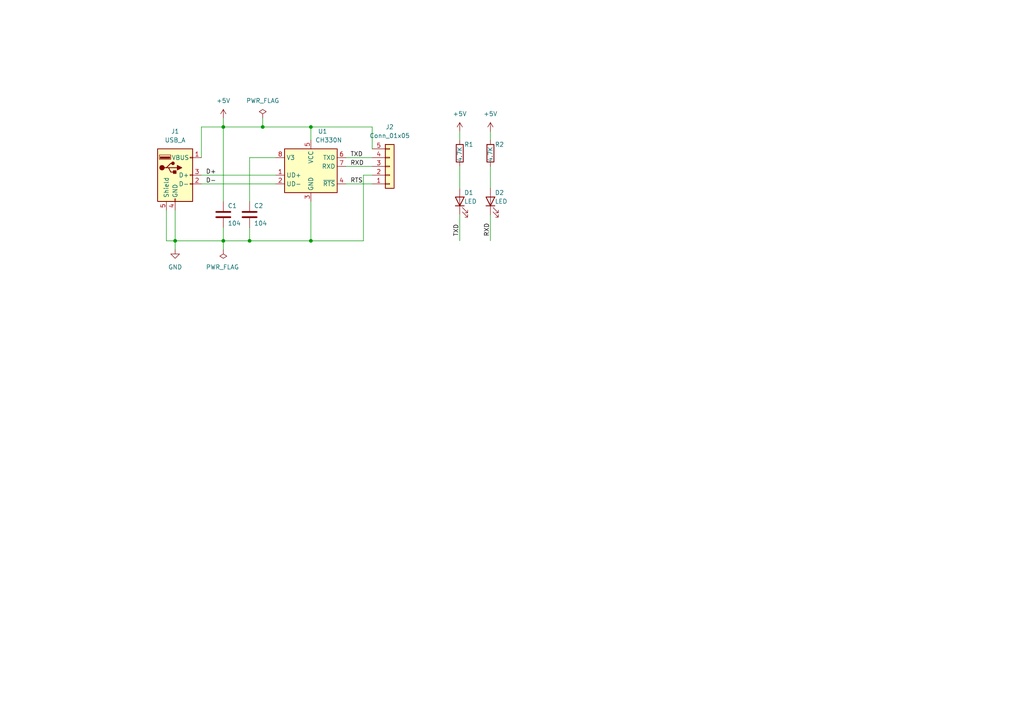
<source format=kicad_sch>
(kicad_sch (version 20211123) (generator eeschema)
  (paper "A4")
  (title_block (title "USB-TTL") (date "2022-04-26") (rev "V1.0"))
  (lib_symbols
    (symbol "Connector:USB_A" (pin_names (offset 1.016))
      (property "Reference" "J" (at -5.08 11.43 0))
      (property "Value" "USB_A" (at -5.08 8.89 0))
      (symbol "USB_A_0_1"
        (rectangle (start -5.08 -7.62) (end 5.08 7.62) (stroke (width 0.254)) (fill (type background)))
        (circle (center -3.81 2.159) (radius 0.635) (stroke (width 0.254)) (fill (type outline)))
        (rectangle (start -1.524 4.826) (end -4.318 5.334) (fill (type outline)))
        (rectangle (start -1.27 4.572) (end -4.572 5.842))
        (circle (center -0.635 3.429) (radius 0.381) (stroke (width 0.254)) (fill (type outline)))
        (rectangle (start -0.127 -7.62) (end 0.127 -6.858))
        (polyline (pts (xy -3.175 2.159) (xy -2.54 2.159) (xy -1.27 3.429) (xy -0.635 3.429)) (stroke (width 0.254)))
        (polyline (pts (xy -2.54 2.159) (xy -1.905 2.159) (xy -1.27 0.889) (xy 0 0.889)) (stroke (width 0.254)))
        (polyline (pts (xy 0.635 2.794) (xy 0.635 1.524) (xy 1.905 2.159) (xy 0.635 2.794)) (stroke (width 0.254)) (fill (type outline)))
        (rectangle (start 0.254 1.27) (end -0.508 0.508) (stroke (width 0.254)) (fill (type outline)))
        (rectangle (start 5.08 -2.667) (end 4.318 -2.413))
        (rectangle (start 5.08 -0.127) (end 4.318 0.127))
        (rectangle (start 5.08 4.953) (end 4.318 5.207))
      )
      (symbol "USB_A_1_1"
        (polyline (pts (xy -1.905 2.159) (xy 0.635 2.159)) (stroke (width 0.254)))
        (pin power_in line (at 7.62 5.08 180) (length 2.54) (name "VBUS") (number "1"))
        (pin bidirectional line (at 7.62 -2.54 180) (length 2.54) (name "D-") (number "2"))
        (pin bidirectional line (at 7.62 0 180) (length 2.54) (name "D+") (number "3"))
        (pin power_in line (at 0 -10.16 90) (length 2.54) (name "GND") (number "4"))
        (pin passive line (at -2.54 -10.16 90) (length 2.54) (name "Shield") (number "5"))
      )
    )
    (symbol "Connector_Generic:Conn_01x05" (pin_names (offset 1.016) hide)
      (property "Reference" "J" (at 0 7.62 0))
      (property "Value" "Conn_01x05" (at 0 -7.62 0))
      (symbol "Conn_01x05_1_1"
        (rectangle (start -1.27 -4.953) (end 0 -5.207) (stroke (width 0.1524)))
        (rectangle (start -1.27 -2.413) (end 0 -2.667) (stroke (width 0.1524)))
        (rectangle (start -1.27 0.127) (end 0 -0.127) (stroke (width 0.1524)))
        (rectangle (start -1.27 2.667) (end 0 2.413) (stroke (width 0.1524)))
        (rectangle (start -1.27 5.207) (end 0 4.953) (stroke (width 0.1524)))
        (rectangle (start -1.27 6.35) (end 1.27 -6.35) (stroke (width 0.254)) (fill (type background)))
        (pin passive line (at -5.08 5.08 0) (length 3.81) (name "Pin_1") (number "1"))
        (pin passive line (at -5.08 2.54 0) (length 3.81) (name "Pin_2") (number "2"))
        (pin passive line (at -5.08 0 0) (length 3.81) (name "Pin_3") (number "3"))
        (pin passive line (at -5.08 -2.54 0) (length 3.81) (name "Pin_4") (number "4"))
        (pin passive line (at -5.08 -5.08 0) (length 3.81) (name "Pin_5") (number "5"))
      )
    )
    (symbol "Device:C" (pin_numbers hide) (pin_names (offset 0.254))
      (property "Reference" "C" (at 0.635 2.54 0))
      (property "Value" "C" (at 0.635 -2.54 0))
      (symbol "C_0_1"
        (polyline (pts (xy -2.032 -0.762) (xy 2.032 -0.762)) (stroke (width 0.508)))
        (polyline (pts (xy -2.032 0.762) (xy 2.032 0.762)) (stroke (width 0.508)))
      )
      (symbol "C_1_1"
        (pin passive line (at 0 3.81 270) (length 2.794) (name "~") (number "1"))
        (pin passive line (at 0 -3.81 90) (length 2.794) (name "~") (number "2"))
      )
    )
    (symbol "Device:LED" (pin_numbers hide) (pin_names (offset 1.016) hide)
      (property "Reference" "D" (at 0 2.54 0))
      (property "Value" "LED" (at 0 -2.54 0))
      (symbol "LED_0_1"
        (polyline (pts (xy -1.27 -1.27) (xy -1.27 1.27)) (stroke (width 0.254)))
        (polyline (pts (xy -1.27 0) (xy 1.27 0)))
        (polyline (pts (xy 1.27 -1.27) (xy 1.27 1.27) (xy -1.27 0) (xy 1.27 -1.27)) (stroke (width 0.254)))
        (polyline (pts (xy -3.048 -0.762) (xy -4.572 -2.286) (xy -3.81 -2.286) (xy -4.572 -2.286) (xy -4.572 -1.524)))
        (polyline (pts (xy -1.778 -0.762) (xy -3.302 -2.286) (xy -2.54 -2.286) (xy -3.302 -2.286) (xy -3.302 -1.524)))
      )
      (symbol "LED_1_1"
        (pin passive line (at -3.81 0 0) (length 2.54) (name "K") (number "1"))
        (pin passive line (at 3.81 0 180) (length 2.54) (name "A") (number "2"))
      )
    )
    (symbol "Device:R" (pin_numbers hide) (pin_names (offset 0))
      (property "Reference" "R" (at 2.032 0 90))
      (property "Value" "R" (at 0 0 90))
      (symbol "R_0_1"
        (rectangle (start -1.016 -2.54) (end 1.016 2.54) (stroke (width 0.254)))
      )
      (symbol "R_1_1"
        (pin passive line (at 0 3.81 270) (length 1.27) (name "~") (number "1"))
        (pin passive line (at 0 -3.81 90) (length 1.27) (name "~") (number "2"))
      )
    )
    (symbol "Interface_USB:CH330N"
      (property "Reference" "U" (at -7.62 6.35 0))
      (property "Value" "CH330N" (at 7.62 6.35 0))
      (symbol "CH330N_0_1"
        (rectangle (start -7.62 5.08) (end 7.62 -7.62) (stroke (width 0.254)) (fill (type background)))
      )
      (symbol "CH330N_1_1"
        (pin bidirectional line (at -10.16 -2.54 0) (length 2.54) (name "UD+") (number "1"))
        (pin bidirectional line (at -10.16 -5.08 0) (length 2.54) (name "UD-") (number "2"))
        (pin power_in line (at 0 -10.16 90) (length 2.54) (name "GND") (number "3"))
        (pin output line (at 10.16 -5.08 180) (length 2.54) (name "~{RTS}") (number "4"))
        (pin power_in line (at 0 7.62 270) (length 2.54) (name "VCC") (number "5"))
        (pin output line (at 10.16 2.54 180) (length 2.54) (name "TXD") (number "6"))
        (pin input line (at 10.16 0 180) (length 2.54) (name "RXD") (number "7"))
        (pin passive line (at -10.16 2.54 0) (length 2.54) (name "V3") (number "8"))
      )
    )
    (symbol "power:+5V" (power) (pin_names (offset 0))
      (property "Value" "+5V" (at 0 3.556 0))
      (symbol "+5V_0_1"
        (polyline (pts (xy -0.762 1.27) (xy 0 2.54)))
        (polyline (pts (xy 0 0) (xy 0 2.54)))
        (polyline (pts (xy 0 2.54) (xy 0.762 1.27)))
      )
      (symbol "+5V_1_1"
        (pin power_in line (at 0 0 90) (length 0) hide (name "+5V") (number "1"))
      )
    )
    (symbol "power:GND" (power) (pin_names (offset 0))
      (property "Value" "GND" (at 0 -3.81 0))
      (symbol "GND_0_1"
        (polyline (pts (xy 0 0) (xy 0 -1.27) (xy 1.27 -1.27) (xy 0 -2.54) (xy -1.27 -1.27) (xy 0 -1.27)))
      )
      (symbol "GND_1_1"
        (pin power_in line (at 0 0 270) (length 0) hide (name "GND") (number "1"))
      )
    )
    (symbol "power:PWR_FLAG" (power) (pin_numbers hide) (pin_names (offset 0) hide)
      (property "Value" "PWR_FLAG" (at 0 3.81 0))
      (symbol "PWR_FLAG_0_0"
        (pin power_out line (at 0 0 90) (length 0) (name "pwr") (number "1"))
      )
      (symbol "PWR_FLAG_0_1"
        (polyline (pts (xy 0 0) (xy 0 1.27) (xy -1.016 1.905) (xy 0 2.54) (xy 1.016 1.905) (xy 0 1.27)))
      )
    )
  )
  (junction (at 64.77 69.85))
  (junction (at 64.77 36.83))
  (junction (at 90.17 69.85))
  (junction (at 72.39 69.85))
  (junction (at 50.8 69.85))
  (junction (at 76.2 36.83))
  (junction (at 90.17 36.83))
  (wire (pts (xy 100.33 45.72) (xy 107.95 45.72)))
  (wire (pts (xy 72.39 69.85) (xy 90.17 69.85)))
  (wire (pts (xy 58.42 45.72) (xy 58.42 36.83)))
  (wire (pts (xy 100.33 48.26) (xy 107.95 48.26)))
  (wire (pts (xy 133.35 38.1) (xy 133.35 40.64)))
  (wire (pts (xy 76.2 34.29) (xy 76.2 36.83)))
  (wire (pts (xy 58.42 53.34) (xy 80.01 53.34)))
  (wire (pts (xy 50.8 69.85) (xy 50.8 72.39)))
  (wire (pts (xy 64.77 66.04) (xy 64.77 69.85)))
  (wire (pts (xy 58.42 36.83) (xy 64.77 36.83)))
  (wire (pts (xy 72.39 45.72) (xy 72.39 58.42)))
  (wire (pts (xy 133.35 48.26) (xy 133.35 54.61)))
  (wire (pts (xy 48.26 69.85) (xy 50.8 69.85)))
  (wire (pts (xy 107.95 36.83) (xy 107.95 43.18)))
  (wire (pts (xy 50.8 60.96) (xy 50.8 69.85)))
  (wire (pts (xy 64.77 69.85) (xy 64.77 72.39)))
  (wire (pts (xy 80.01 45.72) (xy 72.39 45.72)))
  (wire (pts (xy 50.8 69.85) (xy 64.77 69.85)))
  (wire (pts (xy 107.95 50.8) (xy 105.41 50.8)))
  (wire (pts (xy 64.77 69.85) (xy 72.39 69.85)))
  (wire (pts (xy 64.77 36.83) (xy 64.77 58.42)))
  (wire (pts (xy 64.77 36.83) (xy 76.2 36.83)))
  (wire (pts (xy 90.17 58.42) (xy 90.17 69.85)))
  (wire (pts (xy 64.77 34.29) (xy 64.77 36.83)))
  (wire (pts (xy 133.35 62.23) (xy 133.35 69.85)))
  (wire (pts (xy 105.41 69.85) (xy 90.17 69.85)))
  (wire (pts (xy 72.39 66.04) (xy 72.39 69.85)))
  (wire (pts (xy 90.17 36.83) (xy 90.17 40.64)))
  (wire (pts (xy 58.42 50.8) (xy 80.01 50.8)))
  (wire (pts (xy 142.24 62.23) (xy 142.24 69.85)))
  (wire (pts (xy 76.2 36.83) (xy 90.17 36.83)))
  (wire (pts (xy 100.33 53.34) (xy 107.95 53.34)))
  (wire (pts (xy 142.24 38.1) (xy 142.24 40.64)))
  (wire (pts (xy 105.41 50.8) (xy 105.41 69.85)))
  (wire (pts (xy 48.26 60.96) (xy 48.26 69.85)))
  (wire (pts (xy 142.24 48.26) (xy 142.24 54.61)))
  (wire (pts (xy 90.17 36.83) (xy 107.95 36.83)))
  (label "TXD" (at 101.6 45.72 0))
  (label "RTS" (at 101.6 53.34 0))
  (label "D-" (at 59.69 53.34 0))
  (label "D+" (at 59.69 50.8 0))
  (label "RXD" (at 142.24 68.58 90))
  (label "RXD" (at 101.6 48.26 0))
  (label "TXD" (at 133.35 68.58 90))
  (symbol (lib_id "power:GND") (at 50.8 72.39 0) (unit 1)
    (property "Reference" "#PWR01" (effects hide))
    (property "Value" "GND" (at 50.8 77.47 0))
  )
  (symbol (lib_id "Connector_Generic:Conn_01x05") (at 113.03 48.26 0) (mirror x) (unit 1)
    (property "Reference" "J2" (at 113.03 36.83 0))
    (property "Value" "Conn_01x05" (at 113.03 39.37 0))
    (property "Footprint" "Connector_PinHeader_2.54mm:PinHeader_1x05_P2.54mm_Horizontal" (effects hide))
    (property "Footprint" "Connector_PinHeader_2.54mm:PinHeader_1x05_P2.54mm_Horizontal" (effects hide))
    (property "Reference" "J2" (effects hide))
    (property "Value" "Conn_01x05" (effects hide))
  )
  (symbol (lib_id "power:PWR_FLAG") (at 64.77 72.39 180) (unit 1)
    (property "Reference" "#FLG01" (effects hide))
    (property "Value" "PWR_FLAG" (at 59.69 77.47 0) (effects (justify right)))
  )
  (symbol (lib_id "Device:C") (at 64.77 62.23 0) (unit 1)
    (property "Reference" "C1" (at 66.04 59.69 0) (effects (justify left)))
    (property "Value" "104" (at 66.04 64.77 0) (effects (justify left)))
    (property "Footprint" "Capacitor_SMD:C_0603_1608Metric" (effects hide))
    (property "Footprint" "Capacitor_SMD:C_0603_1608Metric" (effects hide))
    (property "Reference" "C1" (effects hide))
    (property "Value" "104" (effects hide))
  )
  (symbol (lib_id "Device:R") (at 142.24 44.45 0) (unit 1)
    (property "Reference" "R2" (at 143.51 41.91 0) (effects (justify left)))
    (property "Value" "4.7K" (at 142.24 46.99 90) (effects (justify left)))
    (property "Footprint" "Resistor_SMD:R_0603_1608Metric" (effects hide))
  )
  (symbol (lib_id "Device:LED") (at 133.35 58.42 90) (unit 1)
    (property "Reference" "D1" (at 134.62 55.88 90) (effects (justify right)))
    (property "Value" "LED" (at 134.62 58.42 90) (effects (justify right)))
    (property "Footprint" "LED_SMD:LED_0603_1608Metric" (effects hide))
    (property "Footprint" "LED_SMD:LED_0603_1608Metric" (effects hide))
    (property "Reference" "D1" (effects hide))
    (property "Value" "LED" (effects hide))
  )
  (symbol (lib_id "Device:LED") (at 142.24 58.42 90) (unit 1)
    (property "Reference" "D2" (at 143.51 55.88 90) (effects (justify right)))
    (property "Value" "LED" (at 143.51 58.42 90) (effects (justify right)))
    (property "Footprint" "LED_SMD:LED_0603_1608Metric" (effects hide))
  )
  (symbol (lib_id "power:PWR_FLAG") (at 76.2 34.29 0) (unit 1)
    (property "Reference" "#FLG02" (effects hide))
    (property "Value" "PWR_FLAG" (at 76.2 29.21 0))
  )
  (symbol (lib_id "power:+5V") (at 64.77 34.29 0) (unit 1)
    (property "Reference" "#PWR02" (effects hide))
    (property "Value" "+5V" (at 64.77 29.21 0))
  )
  (symbol (lib_id "Connector:USB_A") (at 50.8 50.8 0) (unit 1)
    (property "Reference" "J1" (at 50.8 38.1 0))
    (property "Value" "USB_A" (at 50.8 40.64 0))
    (property "Footprint" "Connector_USB:USB_A_CNCTech_1001-011-01101_Horizontal" (effects hide))
    (property "Footprint" "Connector_USB:USB_A_CNCTech_1001-011-01101_Horizontal" (effects hide))
    (property "Reference" "J1" (effects hide))
    (property "Value" "USB_A" (effects hide))
  )
  (symbol (lib_id "Interface_USB:CH330N") (at 90.17 48.26 0) (unit 1)
    (property "Reference" "U1" (at 92.1894 38.1 0) (effects (justify left)))
    (property "Value" "CH330N" (at 91.44 40.64 0) (effects (justify left)))
    (property "Footprint" "Package_SO:SOIC-8_3.9x4.9mm_P1.27mm" (effects hide))
    (property "Footprint" "Package_SO:SOIC-8_3.9x4.9mm_P1.27mm" (effects hide))
    (property "Reference" "U1" (effects hide))
    (property "Value" "CH330N" (effects hide))
  )
  (symbol (lib_id "Device:C") (at 72.39 62.23 0) (unit 1)
    (property "Reference" "C2" (at 73.66 59.69 0) (effects (justify left)))
    (property "Value" "104" (at 73.66 64.77 0) (effects (justify left)))
    (property "Footprint" "Capacitor_SMD:C_0603_1608Metric" (effects hide))
    (property "Footprint" "Capacitor_SMD:C_0603_1608Metric" (effects hide))
    (property "Reference" "C2" (effects hide))
    (property "Value" "104" (effects hide))
  )
  (symbol (lib_id "power:+5V") (at 142.24 38.1 0) (unit 1)
    (property "Reference" "#PWR04" (effects hide))
    (property "Value" "+5V" (at 142.24 33.02 0))
  )
  (symbol (lib_id "power:+5V") (at 133.35 38.1 0) (unit 1)
    (property "Reference" "#PWR03" (effects hide))
    (property "Value" "+5V" (at 133.35 33.02 0))
  )
  (symbol (lib_id "Device:R") (at 133.35 44.45 0) (unit 1)
    (property "Reference" "R1" (at 134.62 41.91 0) (effects (justify left)))
    (property "Value" "4.7K" (at 133.35 46.99 90) (effects (justify left)))
    (property "Footprint" "Resistor_SMD:R_0603_1608Metric" (effects hide))
    (property "Footprint" "Resistor_SMD:R_0603_1608Metric" (effects hide))
    (property "Reference" "R1" (effects hide))
    (property "Value" "4.7K" (effects hide))
  )
)
</source>
